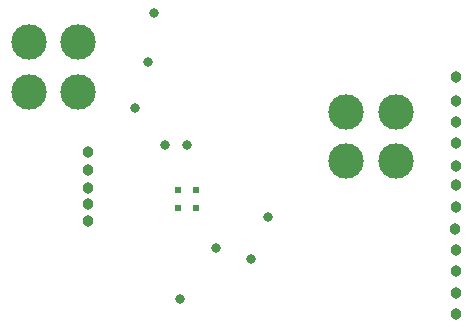
<source format=gbs>
G04*
G04 #@! TF.GenerationSoftware,Altium Limited,Altium Designer,20.1.14 (287)*
G04*
G04 Layer_Color=16711935*
%FSLAX25Y25*%
%MOIN*%
G70*
G04*
G04 #@! TF.SameCoordinates,EDB217C5-CD14-42A3-A981-AABFE87B0B62*
G04*
G04*
G04 #@! TF.FilePolarity,Negative*
G04*
G01*
G75*
%ADD47C,0.11800*%
%ADD48C,0.03300*%
%ADD49C,0.03800*%
%ADD50C,0.02375*%
D47*
X303500Y254000D02*
D03*
X320000D02*
D03*
X303500Y237500D02*
D03*
X320000D02*
D03*
X197750Y260750D02*
D03*
X214250D02*
D03*
X197750Y277250D02*
D03*
X214250D02*
D03*
D48*
X260000Y208500D02*
D03*
X248000Y191500D02*
D03*
X250500Y243000D02*
D03*
X243000D02*
D03*
X239500Y287000D02*
D03*
X233212Y255212D02*
D03*
X271642Y205000D02*
D03*
X277500Y219000D02*
D03*
X237500Y270500D02*
D03*
D49*
X340000Y257500D02*
D03*
Y250500D02*
D03*
Y186500D02*
D03*
Y193500D02*
D03*
X339963Y207966D02*
D03*
Y222466D02*
D03*
X340000Y236000D02*
D03*
Y265500D02*
D03*
X339855Y215024D02*
D03*
X340000Y243500D02*
D03*
X339949Y229500D02*
D03*
Y201000D02*
D03*
X217500Y217500D02*
D03*
X217496Y223205D02*
D03*
Y228824D02*
D03*
X217500Y234500D02*
D03*
Y240500D02*
D03*
D50*
X253453Y222047D02*
D03*
Y227953D02*
D03*
X247547Y222047D02*
D03*
Y227953D02*
D03*
M02*

</source>
